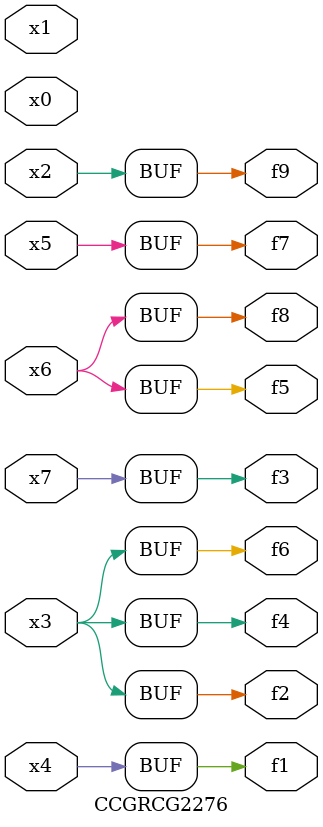
<source format=v>
module CCGRCG2276(
	input x0, x1, x2, x3, x4, x5, x6, x7,
	output f1, f2, f3, f4, f5, f6, f7, f8, f9
);
	assign f1 = x4;
	assign f2 = x3;
	assign f3 = x7;
	assign f4 = x3;
	assign f5 = x6;
	assign f6 = x3;
	assign f7 = x5;
	assign f8 = x6;
	assign f9 = x2;
endmodule

</source>
